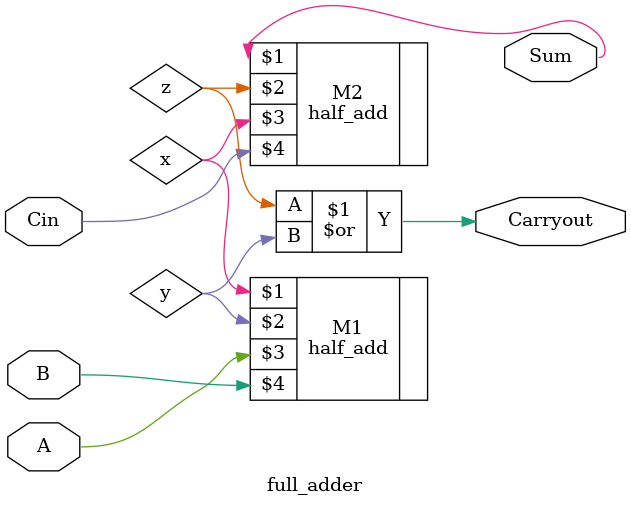
<source format=sv>
module full_adder (Sum, Carryout, A,B,Cin);// Scalar Output wire C1, C2, C3;

	input wire A,B,Cin;
	output wire Sum,Carryout;
	wire x,y,z;
	half_add M1 (x, y , A, B);
	half_add M2 (Sum, z, x, Cin);

	or a3(Carryout, z, y );

endmodule





</source>
